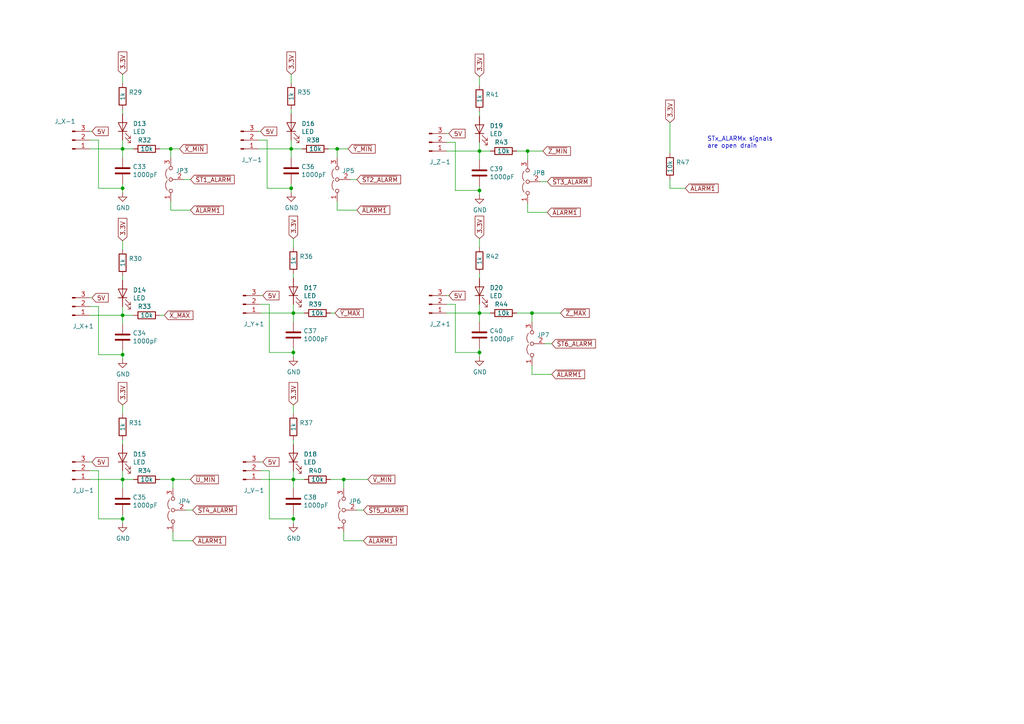
<source format=kicad_sch>
(kicad_sch (version 20200512) (host eeschema "5.99.0-unknown-4cfff6b~101~ubuntu20.04.1")
  (page 6 8)
  (paper "A4")
  (lib_symbols
    (symbol "Connector:Conn_01x03_Male" (pin_names hide)
      (property "Reference" "J" (at 0 5.08 0))
      (property "Value" "Conn_01x03_Male" (at 0 -5.08 0))
      (symbol "Conn_01x03_Male_1_1"
        (rectangle (start 0.8636 -2.413) (end 0 -2.667) (fill (type outline)))
        (rectangle (start 0.8636 0.127) (end 0 -0.127) (fill (type outline)))
        (rectangle (start 0.8636 2.667) (end 0 2.413) (fill (type outline)))
        (polyline (pts (xy 1.27 -2.54) (xy 0.8636 -2.54)))
        (polyline (pts (xy 1.27 0) (xy 0.8636 0)))
        (polyline (pts (xy 1.27 2.54) (xy 0.8636 2.54)))
        (pin passive line (at 5.08 2.54 180) (length 3.81) (name "Pin_1") (number "1"))
        (pin passive line (at 5.08 0 180) (length 3.81) (name "Pin_2") (number "2"))
        (pin passive line (at 5.08 -2.54 180) (length 3.81) (name "Pin_3") (number "3"))
      )
    )
    (symbol "Device:C" (pin_numbers hide) (pin_names (offset 0.254))
      (property "Reference" "C" (at 0.635 2.54 0))
      (property "Value" "C" (at 0.635 -2.54 0))
      (symbol "C_0_1"
        (polyline (pts (xy -2.032 -0.762) (xy 2.032 -0.762)) (stroke (width 0.508)))
        (polyline (pts (xy -2.032 0.762) (xy 2.032 0.762)) (stroke (width 0.508)))
      )
      (symbol "C_1_1"
        (pin passive line (at 0 3.81 270) (length 2.794) (name "~") (number "1"))
        (pin passive line (at 0 -3.81 90) (length 2.794) (name "~") (number "2"))
      )
    )
    (symbol "Device:LED" (pin_numbers hide) (pin_names hide)
      (property "Reference" "D" (at 0 2.54 0))
      (property "Value" "LED" (at 0 -2.54 0))
      (symbol "LED_0_1"
        (polyline (pts (xy -1.27 -1.27) (xy -1.27 1.27)) (stroke (width 0.2032)))
        (polyline (pts (xy -1.27 0) (xy 1.27 0)))
        (polyline (pts (xy 1.27 -1.27) (xy 1.27 1.27) (xy -1.27 0) (xy 1.27 -1.27)) (stroke (width 0.2032)))
        (polyline (pts (xy -3.048 -0.762) (xy -4.572 -2.286) (xy -3.81 -2.286) (xy -4.572 -2.286) (xy -4.572 -1.524)))
        (polyline (pts (xy -1.778 -0.762) (xy -3.302 -2.286) (xy -2.54 -2.286) (xy -3.302 -2.286) (xy -3.302 -1.524)))
      )
      (symbol "LED_1_1"
        (pin passive line (at -3.81 0 0) (length 2.54) (name "K") (number "1"))
        (pin passive line (at 3.81 0 180) (length 2.54) (name "A") (number "2"))
      )
    )
    (symbol "Device:R" (pin_numbers hide) (pin_names (offset 0))
      (property "Reference" "R" (at 2.032 0 90))
      (property "Value" "R" (at 0 0 90))
      (symbol "R_0_1"
        (rectangle (start -1.016 -2.54) (end 1.016 2.54) (stroke (width 0.254)))
      )
      (symbol "R_1_1"
        (pin passive line (at 0 3.81 270) (length 1.27) (name "~") (number "1"))
        (pin passive line (at 0 -3.81 90) (length 1.27) (name "~") (number "2"))
      )
    )
    (symbol "Jumper:Jumper_3_Open" (pin_names (offset 0) hide)
      (property "Reference" "JP" (at -2.54 -2.54 0))
      (property "Value" "Jumper_3_Open" (at 0 2.794 0))
      (symbol "Jumper_3_Open_0_1"
        (arc (start -3.048 1.016) (end -0.254 1.016) (radius (at -1.651 -0.762) (length 2.2606) (angles 128.2 51.8)))
        (arc (start 0.254 1.016) (end 3.048 1.016) (radius (at 1.651 -0.762) (length 2.2606) (angles 128.2 51.8)))
        (polyline (pts (xy 0 -0.508) (xy 0 -1.27)))
      )
      (symbol "Jumper_3_Open_0_0"
        (circle (center -3.302 0) (radius 0.508))
        (circle (center 0 0) (radius 0.508))
        (circle (center 3.302 0) (radius 0.508))
      )
      (symbol "Jumper_3_Open_1_1"
        (pin passive line (at -6.35 0 0) (length 2.54) (name "A") (number "1"))
        (pin input line (at 0 -3.81 90) (length 2.54) (name "C") (number "2"))
        (pin passive line (at 6.35 0 180) (length 2.54) (name "B") (number "3"))
      )
    )
    (symbol "power:GND" (power) (pin_names (offset 0))
      (property "Value" "GND" (at 0 -3.81 0))
      (symbol "GND_0_1"
        (polyline (pts (xy 0 0) (xy 0 -1.27) (xy 1.27 -1.27) (xy 0 -2.54) (xy -1.27 -1.27) (xy 0 -1.27)))
      )
      (symbol "GND_1_1"
        (pin power_in line (at 0 0 270) (length 0) (name "GND") (number "1") hide)
      )
    )
  )
  (junction (at 35.56 43.18))
  (junction (at 35.56 54.61))
  (junction (at 35.56 91.44))
  (junction (at 35.56 102.87))
  (junction (at 35.56 139.065))
  (junction (at 35.56 150.495))
  (junction (at 49.53 43.18))
  (junction (at 50.165 139.065))
  (junction (at 84.455 43.18))
  (junction (at 84.455 54.61))
  (junction (at 85.09 90.805))
  (junction (at 85.09 102.235))
  (junction (at 85.09 139.065))
  (junction (at 85.09 150.495))
  (junction (at 97.79 43.18))
  (junction (at 99.695 139.065))
  (junction (at 139.065 43.815))
  (junction (at 139.065 55.245))
  (junction (at 139.065 90.805))
  (junction (at 139.065 102.235))
  (junction (at 153.035 43.815))
  (junction (at 154.305 90.805))
  (wire (pts (xy 26.035 40.64) (xy 28.575 40.64)))
  (wire (pts (xy 26.035 43.18) (xy 35.56 43.18)))
  (wire (pts (xy 26.035 88.9) (xy 28.575 88.9)))
  (wire (pts (xy 26.035 91.44) (xy 35.56 91.44)))
  (wire (pts (xy 26.035 136.525) (xy 28.575 136.525)))
  (wire (pts (xy 26.035 139.065) (xy 35.56 139.065)))
  (wire (pts (xy 26.67 38.1) (xy 26.035 38.1)))
  (wire (pts (xy 26.67 86.36) (xy 26.035 86.36)))
  (wire (pts (xy 26.67 133.985) (xy 26.035 133.985)))
  (wire (pts (xy 28.575 40.64) (xy 28.575 54.61)))
  (wire (pts (xy 28.575 54.61) (xy 35.56 54.61)))
  (wire (pts (xy 28.575 88.9) (xy 28.575 102.87)))
  (wire (pts (xy 28.575 102.87) (xy 35.56 102.87)))
  (wire (pts (xy 28.575 136.525) (xy 28.575 150.495)))
  (wire (pts (xy 28.575 150.495) (xy 35.56 150.495)))
  (wire (pts (xy 35.56 24.13) (xy 35.56 21.59)))
  (wire (pts (xy 35.56 31.75) (xy 35.56 33.02)))
  (wire (pts (xy 35.56 40.64) (xy 35.56 43.18)))
  (wire (pts (xy 35.56 45.72) (xy 35.56 43.18)))
  (wire (pts (xy 35.56 54.61) (xy 35.56 53.34)))
  (wire (pts (xy 35.56 55.88) (xy 35.56 54.61)))
  (wire (pts (xy 35.56 72.39) (xy 35.56 69.85)))
  (wire (pts (xy 35.56 80.01) (xy 35.56 81.28)))
  (wire (pts (xy 35.56 88.9) (xy 35.56 91.44)))
  (wire (pts (xy 35.56 93.98) (xy 35.56 91.44)))
  (wire (pts (xy 35.56 102.87) (xy 35.56 101.6)))
  (wire (pts (xy 35.56 104.14) (xy 35.56 102.87)))
  (wire (pts (xy 35.56 120.015) (xy 35.56 117.475)))
  (wire (pts (xy 35.56 127.635) (xy 35.56 128.905)))
  (wire (pts (xy 35.56 136.525) (xy 35.56 139.065)))
  (wire (pts (xy 35.56 141.605) (xy 35.56 139.065)))
  (wire (pts (xy 35.56 150.495) (xy 35.56 149.225)))
  (wire (pts (xy 35.56 151.765) (xy 35.56 150.495)))
  (wire (pts (xy 38.735 43.18) (xy 35.56 43.18)))
  (wire (pts (xy 38.735 91.44) (xy 35.56 91.44)))
  (wire (pts (xy 38.735 139.065) (xy 35.56 139.065)))
  (wire (pts (xy 46.355 43.18) (xy 49.53 43.18)))
  (wire (pts (xy 46.355 91.44) (xy 47.625 91.44)))
  (wire (pts (xy 46.355 139.065) (xy 50.165 139.065)))
  (wire (pts (xy 49.53 43.18) (xy 52.07 43.18)))
  (wire (pts (xy 49.53 45.72) (xy 49.53 43.18)))
  (wire (pts (xy 49.53 58.42) (xy 49.53 60.96)))
  (wire (pts (xy 49.53 60.96) (xy 55.245 60.96)))
  (wire (pts (xy 50.165 139.065) (xy 55.245 139.065)))
  (wire (pts (xy 50.165 141.605) (xy 50.165 139.065)))
  (wire (pts (xy 50.165 154.305) (xy 50.165 156.845)))
  (wire (pts (xy 50.165 156.845) (xy 55.88 156.845)))
  (wire (pts (xy 55.245 52.07) (xy 53.34 52.07)))
  (wire (pts (xy 55.88 147.955) (xy 53.975 147.955)))
  (wire (pts (xy 74.93 40.64) (xy 77.47 40.64)))
  (wire (pts (xy 74.93 43.18) (xy 84.455 43.18)))
  (wire (pts (xy 75.565 38.1) (xy 74.93 38.1)))
  (wire (pts (xy 75.565 88.265) (xy 78.105 88.265)))
  (wire (pts (xy 75.565 90.805) (xy 85.09 90.805)))
  (wire (pts (xy 75.565 136.525) (xy 78.105 136.525)))
  (wire (pts (xy 75.565 139.065) (xy 85.09 139.065)))
  (wire (pts (xy 76.2 85.725) (xy 75.565 85.725)))
  (wire (pts (xy 76.2 133.985) (xy 75.565 133.985)))
  (wire (pts (xy 77.47 40.64) (xy 77.47 54.61)))
  (wire (pts (xy 77.47 54.61) (xy 84.455 54.61)))
  (wire (pts (xy 78.105 88.265) (xy 78.105 102.235)))
  (wire (pts (xy 78.105 102.235) (xy 85.09 102.235)))
  (wire (pts (xy 78.105 136.525) (xy 78.105 150.495)))
  (wire (pts (xy 78.105 150.495) (xy 85.09 150.495)))
  (wire (pts (xy 84.455 24.13) (xy 84.455 21.59)))
  (wire (pts (xy 84.455 31.75) (xy 84.455 33.02)))
  (wire (pts (xy 84.455 40.64) (xy 84.455 43.18)))
  (wire (pts (xy 84.455 45.72) (xy 84.455 43.18)))
  (wire (pts (xy 84.455 54.61) (xy 84.455 53.34)))
  (wire (pts (xy 84.455 55.88) (xy 84.455 54.61)))
  (wire (pts (xy 85.09 71.755) (xy 85.09 69.215)))
  (wire (pts (xy 85.09 79.375) (xy 85.09 80.645)))
  (wire (pts (xy 85.09 88.265) (xy 85.09 90.805)))
  (wire (pts (xy 85.09 93.345) (xy 85.09 90.805)))
  (wire (pts (xy 85.09 102.235) (xy 85.09 100.965)))
  (wire (pts (xy 85.09 103.505) (xy 85.09 102.235)))
  (wire (pts (xy 85.09 120.015) (xy 85.09 117.475)))
  (wire (pts (xy 85.09 127.635) (xy 85.09 128.905)))
  (wire (pts (xy 85.09 136.525) (xy 85.09 139.065)))
  (wire (pts (xy 85.09 141.605) (xy 85.09 139.065)))
  (wire (pts (xy 85.09 150.495) (xy 85.09 149.225)))
  (wire (pts (xy 85.09 151.765) (xy 85.09 150.495)))
  (wire (pts (xy 87.63 43.18) (xy 84.455 43.18)))
  (wire (pts (xy 88.265 90.805) (xy 85.09 90.805)))
  (wire (pts (xy 88.265 139.065) (xy 85.09 139.065)))
  (wire (pts (xy 95.25 43.18) (xy 97.79 43.18)))
  (wire (pts (xy 95.885 90.805) (xy 97.155 90.805)))
  (wire (pts (xy 95.885 139.065) (xy 99.695 139.065)))
  (wire (pts (xy 97.79 43.18) (xy 100.965 43.18)))
  (wire (pts (xy 97.79 45.72) (xy 97.79 43.18)))
  (wire (pts (xy 97.79 58.42) (xy 97.79 60.96)))
  (wire (pts (xy 97.79 60.96) (xy 103.505 60.96)))
  (wire (pts (xy 99.695 139.065) (xy 106.68 139.065)))
  (wire (pts (xy 99.695 141.605) (xy 99.695 139.065)))
  (wire (pts (xy 99.695 154.305) (xy 99.695 156.845)))
  (wire (pts (xy 99.695 156.845) (xy 105.41 156.845)))
  (wire (pts (xy 103.505 52.07) (xy 101.6 52.07)))
  (wire (pts (xy 105.41 147.955) (xy 103.505 147.955)))
  (wire (pts (xy 129.54 41.275) (xy 132.08 41.275)))
  (wire (pts (xy 129.54 43.815) (xy 139.065 43.815)))
  (wire (pts (xy 129.54 88.265) (xy 132.08 88.265)))
  (wire (pts (xy 129.54 90.805) (xy 139.065 90.805)))
  (wire (pts (xy 130.175 38.735) (xy 129.54 38.735)))
  (wire (pts (xy 130.175 85.725) (xy 129.54 85.725)))
  (wire (pts (xy 132.08 41.275) (xy 132.08 55.245)))
  (wire (pts (xy 132.08 55.245) (xy 139.065 55.245)))
  (wire (pts (xy 132.08 88.265) (xy 132.08 102.235)))
  (wire (pts (xy 132.08 102.235) (xy 139.065 102.235)))
  (wire (pts (xy 139.065 24.765) (xy 139.065 22.225)))
  (wire (pts (xy 139.065 32.385) (xy 139.065 33.655)))
  (wire (pts (xy 139.065 41.275) (xy 139.065 43.815)))
  (wire (pts (xy 139.065 46.355) (xy 139.065 43.815)))
  (wire (pts (xy 139.065 55.245) (xy 139.065 53.975)))
  (wire (pts (xy 139.065 56.515) (xy 139.065 55.245)))
  (wire (pts (xy 139.065 71.755) (xy 139.065 69.215)))
  (wire (pts (xy 139.065 79.375) (xy 139.065 80.645)))
  (wire (pts (xy 139.065 88.265) (xy 139.065 90.805)))
  (wire (pts (xy 139.065 93.345) (xy 139.065 90.805)))
  (wire (pts (xy 139.065 102.235) (xy 139.065 100.965)))
  (wire (pts (xy 139.065 103.505) (xy 139.065 102.235)))
  (wire (pts (xy 142.24 43.815) (xy 139.065 43.815)))
  (wire (pts (xy 142.24 90.805) (xy 139.065 90.805)))
  (wire (pts (xy 149.86 43.815) (xy 153.035 43.815)))
  (wire (pts (xy 149.86 90.805) (xy 154.305 90.805)))
  (wire (pts (xy 153.035 43.815) (xy 157.48 43.815)))
  (wire (pts (xy 153.035 46.355) (xy 153.035 43.815)))
  (wire (pts (xy 153.035 59.055) (xy 153.035 61.595)))
  (wire (pts (xy 153.035 61.595) (xy 158.75 61.595)))
  (wire (pts (xy 154.305 90.805) (xy 162.56 90.805)))
  (wire (pts (xy 154.305 93.345) (xy 154.305 90.805)))
  (wire (pts (xy 154.305 106.045) (xy 154.305 108.585)))
  (wire (pts (xy 154.305 108.585) (xy 160.02 108.585)))
  (wire (pts (xy 158.75 52.705) (xy 156.845 52.705)))
  (wire (pts (xy 160.02 99.695) (xy 158.115 99.695)))
  (wire (pts (xy 194.31 44.45) (xy 194.31 35.56)))
  (wire (pts (xy 194.31 52.07) (xy 194.31 54.61)))
  (wire (pts (xy 194.31 54.61) (xy 198.755 54.61)))
  (text "STx_ALARMx signals \nare open drain" (at 205.105 43.18 0) (effects (font (size 1.27 1.27)) (justify left bottom)))
  (global_label "5V" (shape input) (at 26.67 38.1 0))
  (global_label "5V" (shape input) (at 26.67 86.36 0))
  (global_label "5V" (shape input) (at 26.67 133.985 0))
  (global_label "3.3V" (shape input) (at 35.56 21.59 90))
  (global_label "3.3V" (shape input) (at 35.56 69.85 90))
  (global_label "3.3V" (shape input) (at 35.56 117.475 90))
  (global_label "~X_MAX" (shape input) (at 47.625 91.44 0))
  (global_label "~X_MIN" (shape input) (at 52.07 43.18 0))
  (global_label "~ST1_ALARM" (shape input) (at 55.245 52.07 0))
  (global_label "~ALARM1" (shape input) (at 55.245 60.96 0))
  (global_label "~U_MIN" (shape input) (at 55.245 139.065 0))
  (global_label "~ST4_ALARM" (shape input) (at 55.88 147.955 0))
  (global_label "~ALARM1" (shape input) (at 55.88 156.845 0))
  (global_label "5V" (shape input) (at 75.565 38.1 0))
  (global_label "5V" (shape input) (at 76.2 85.725 0))
  (global_label "5V" (shape input) (at 76.2 133.985 0))
  (global_label "3.3V" (shape input) (at 84.455 21.59 90))
  (global_label "3.3V" (shape input) (at 85.09 69.215 90))
  (global_label "3.3V" (shape input) (at 85.09 117.475 90))
  (global_label "~Y_MAX" (shape input) (at 97.155 90.805 0))
  (global_label "~Y_MIN" (shape input) (at 100.965 43.18 0))
  (global_label "~ST2_ALARM" (shape input) (at 103.505 52.07 0))
  (global_label "~ALARM1" (shape input) (at 103.505 60.96 0))
  (global_label "~ST5_ALARM" (shape input) (at 105.41 147.955 0))
  (global_label "~ALARM1" (shape input) (at 105.41 156.845 0))
  (global_label "~V_MIN" (shape input) (at 106.68 139.065 0))
  (global_label "5V" (shape input) (at 130.175 38.735 0))
  (global_label "5V" (shape input) (at 130.175 85.725 0))
  (global_label "3.3V" (shape input) (at 139.065 22.225 90))
  (global_label "3.3V" (shape input) (at 139.065 69.215 90))
  (global_label "~Z_MIN" (shape input) (at 157.48 43.815 0))
  (global_label "~ST3_ALARM" (shape input) (at 158.75 52.705 0))
  (global_label "~ALARM1" (shape input) (at 158.75 61.595 0))
  (global_label "~ST6_ALARM" (shape input) (at 160.02 99.695 0))
  (global_label "~ALARM1" (shape input) (at 160.02 108.585 0))
  (global_label "~Z_MAX" (shape input) (at 162.56 90.805 0))
  (global_label "3.3V" (shape input) (at 194.31 35.56 90))
  (global_label "~ALARM1" (shape input) (at 198.755 54.61 0))
  (symbol (lib_id "power:GND") (at 35.56 55.88 0)
    (property "Reference" "#PWR028" (effects hide))
    (property "Value" "GND" (at 35.687 60.2742 0))
  )
  (symbol (lib_id "power:GND") (at 35.56 104.14 0)
    (property "Reference" "#PWR029" (effects hide))
    (property "Value" "GND" (at 35.687 108.5342 0))
  )
  (symbol (lib_id "power:GND") (at 35.56 151.765 0)
    (property "Reference" "#PWR030" (effects hide))
    (property "Value" "GND" (at 35.687 156.1592 0))
  )
  (symbol (lib_id "power:GND") (at 84.455 55.88 0)
    (property "Reference" "#PWR031" (effects hide))
    (property "Value" "GND" (at 84.582 60.2742 0))
  )
  (symbol (lib_id "power:GND") (at 85.09 103.505 0)
    (property "Reference" "#PWR032" (effects hide))
    (property "Value" "GND" (at 85.217 107.8992 0))
  )
  (symbol (lib_id "power:GND") (at 85.09 151.765 0)
    (property "Reference" "#PWR033" (effects hide))
    (property "Value" "GND" (at 85.217 156.1592 0))
  )
  (symbol (lib_id "power:GND") (at 139.065 56.515 0)
    (property "Reference" "#PWR034" (effects hide))
    (property "Value" "GND" (at 139.192 60.9092 0))
  )
  (symbol (lib_id "power:GND") (at 139.065 103.505 0)
    (property "Reference" "#PWR035" (effects hide))
    (property "Value" "GND" (at 139.192 107.8992 0))
  )
  (symbol (lib_id "Device:R") (at 35.56 27.94 0)
    (property "Reference" "R29" (at 37.338 26.7716 0) (effects (justify left)))
    (property "Value" "1k" (at 35.56 29.21 90) (effects (justify left)))
    (property "Footprint" "PrntrBoardV2:R_0603_1608Metric" (effects hide))
    (property "Part #" "0603WAF1001T5E" (effects hide))
    (property "LCSC Part #" "C21190" (effects hide))
  )
  (symbol (lib_id "Device:R") (at 35.56 76.2 0)
    (property "Reference" "R30" (at 37.338 75.0316 0) (effects (justify left)))
    (property "Value" "1k" (at 35.56 77.47 90) (effects (justify left)))
    (property "Footprint" "PrntrBoardV2:R_0603_1608Metric" (effects hide))
    (property "Part #" "0603WAF1001T5E" (effects hide))
    (property "LCSC Part #" "C21190" (effects hide))
  )
  (symbol (lib_id "Device:R") (at 35.56 123.825 0)
    (property "Reference" "R31" (at 37.338 122.6566 0) (effects (justify left)))
    (property "Value" "1k" (at 35.56 125.095 90) (effects (justify left)))
    (property "Footprint" "PrntrBoardV2:R_0603_1608Metric" (effects hide))
    (property "Part #" "0603WAF1001T5E" (effects hide))
    (property "LCSC Part #" "C21190" (effects hide))
  )
  (symbol (lib_id "Device:R") (at 42.545 43.18 270)
    (property "Reference" "R32" (at 41.91 40.64 90))
    (property "Value" "10k" (at 42.545 43.18 90))
    (property "Footprint" "PrntrBoardV2:R_0603_1608Metric" (effects hide))
    (property "Part #" "0603WAF1002T5E" (effects hide))
    (property "LCSC Part #" "C25804" (effects hide))
  )
  (symbol (lib_id "Device:R") (at 42.545 91.44 270)
    (property "Reference" "R33" (at 41.91 88.9 90))
    (property "Value" "10k" (at 42.545 91.44 90))
    (property "Footprint" "PrntrBoardV2:R_0603_1608Metric" (effects hide))
    (property "Part #" "0603WAF1002T5E" (effects hide))
    (property "LCSC Part #" "C25804" (effects hide))
  )
  (symbol (lib_id "Device:R") (at 42.545 139.065 270)
    (property "Reference" "R34" (at 41.91 136.525 90))
    (property "Value" "10k" (at 42.545 139.065 90))
    (property "Footprint" "PrntrBoardV2:R_0603_1608Metric" (effects hide))
    (property "Part #" "0603WAF1002T5E" (effects hide))
    (property "LCSC Part #" "C25804" (effects hide))
  )
  (symbol (lib_id "Device:R") (at 84.455 27.94 0)
    (property "Reference" "R35" (at 86.233 26.7716 0) (effects (justify left)))
    (property "Value" "1k" (at 84.455 29.21 90) (effects (justify left)))
    (property "Footprint" "PrntrBoardV2:R_0603_1608Metric" (effects hide))
    (property "Part #" "0603WAF1001T5E" (effects hide))
    (property "LCSC Part #" "C21190" (effects hide))
  )
  (symbol (lib_id "Device:R") (at 85.09 75.565 0)
    (property "Reference" "R36" (at 86.868 74.3966 0) (effects (justify left)))
    (property "Value" "1k" (at 85.09 76.835 90) (effects (justify left)))
    (property "Footprint" "PrntrBoardV2:R_0603_1608Metric" (effects hide))
    (property "Part #" "0603WAF1001T5E" (effects hide))
    (property "LCSC Part #" "C21190" (effects hide))
  )
  (symbol (lib_id "Device:R") (at 85.09 123.825 0)
    (property "Reference" "R37" (at 86.868 122.6566 0) (effects (justify left)))
    (property "Value" "1k" (at 85.09 125.095 90) (effects (justify left)))
    (property "Footprint" "PrntrBoardV2:R_0603_1608Metric" (effects hide))
    (property "Part #" "0603WAF1001T5E" (effects hide))
    (property "LCSC Part #" "C21190" (effects hide))
  )
  (symbol (lib_id "Device:R") (at 91.44 43.18 270)
    (property "Reference" "R38" (at 90.805 40.64 90))
    (property "Value" "10k" (at 91.44 43.18 90))
    (property "Footprint" "PrntrBoardV2:R_0603_1608Metric" (effects hide))
    (property "Part #" "0603WAF1002T5E" (effects hide))
    (property "LCSC Part #" "C25804" (effects hide))
  )
  (symbol (lib_id "Device:R") (at 92.075 90.805 270)
    (property "Reference" "R39" (at 91.44 88.265 90))
    (property "Value" "10k" (at 92.075 90.805 90))
    (property "Footprint" "PrntrBoardV2:R_0603_1608Metric" (effects hide))
    (property "Part #" "0603WAF1002T5E" (effects hide))
    (property "LCSC Part #" "C25804" (effects hide))
  )
  (symbol (lib_id "Device:R") (at 92.075 139.065 270)
    (property "Reference" "R40" (at 91.44 136.525 90))
    (property "Value" "10k" (at 92.075 139.065 90))
    (property "Footprint" "PrntrBoardV2:R_0603_1608Metric" (effects hide))
    (property "Part #" "0603WAF1002T5E" (effects hide))
    (property "LCSC Part #" "C25804" (effects hide))
  )
  (symbol (lib_id "Device:R") (at 139.065 28.575 0)
    (property "Reference" "R41" (at 140.843 27.4066 0) (effects (justify left)))
    (property "Value" "1k" (at 139.065 29.845 90) (effects (justify left)))
    (property "Footprint" "PrntrBoardV2:R_0603_1608Metric" (effects hide))
    (property "Part #" "0603WAF1001T5E" (effects hide))
    (property "LCSC Part #" "C21190" (effects hide))
  )
  (symbol (lib_id "Device:R") (at 139.065 75.565 0)
    (property "Reference" "R42" (at 140.843 74.3966 0) (effects (justify left)))
    (property "Value" "1k" (at 139.065 76.835 90) (effects (justify left)))
    (property "Footprint" "PrntrBoardV2:R_0603_1608Metric" (effects hide))
    (property "Part #" "0603WAF1001T5E" (effects hide))
    (property "LCSC Part #" "C21190" (effects hide))
  )
  (symbol (lib_id "Device:R") (at 146.05 43.815 270)
    (property "Reference" "R43" (at 145.415 41.275 90))
    (property "Value" "10k" (at 146.05 43.815 90))
    (property "Footprint" "PrntrBoardV2:R_0603_1608Metric" (effects hide))
    (property "Part #" "0603WAF1002T5E" (effects hide))
    (property "LCSC Part #" "C25804" (effects hide))
  )
  (symbol (lib_id "Device:R") (at 146.05 90.805 270)
    (property "Reference" "R44" (at 145.415 88.265 90))
    (property "Value" "10k" (at 146.05 90.805 90))
    (property "Footprint" "PrntrBoardV2:R_0603_1608Metric" (effects hide))
    (property "Part #" "0603WAF1002T5E" (effects hide))
    (property "LCSC Part #" "C25804" (effects hide))
  )
  (symbol (lib_id "Device:R") (at 194.31 48.26 0) (unit 1)
    (property "Reference" "R47" (at 196.088 47.0916 0) (effects (justify left)))
    (property "Value" "10k" (at 194.31 50.165 90) (effects (justify left)))
    (property "Footprint" "PrntrBoardV2:R_0603_1608Metric" (effects hide))
    (property "Part #" "0603WAF1002T5E" (effects hide))
    (property "LCSC Part #" "C25804" (effects hide))
  )
  (symbol (lib_id "Device:LED") (at 35.56 36.83 90)
    (property "Reference" "D13" (at 38.5318 35.8648 90) (effects (justify right)))
    (property "Value" "LED" (at 38.5318 38.1762 90) (effects (justify right)))
    (property "Footprint" "PrntrBoardV2:LED_0603_1608Metric" (effects hide))
    (property "Part #" "KT-0603R" (effects hide))
    (property "LCSC Part #" "C2286" (effects hide))
  )
  (symbol (lib_id "Device:LED") (at 35.56 85.09 90)
    (property "Reference" "D14" (at 38.5318 84.1248 90) (effects (justify right)))
    (property "Value" "LED" (at 38.5318 86.4362 90) (effects (justify right)))
    (property "Footprint" "PrntrBoardV2:LED_0603_1608Metric" (effects hide))
    (property "Part #" "KT-0603R" (effects hide))
    (property "LCSC Part #" "C2286" (effects hide))
  )
  (symbol (lib_id "Device:LED") (at 35.56 132.715 90)
    (property "Reference" "D15" (at 38.5318 131.7498 90) (effects (justify right)))
    (property "Value" "LED" (at 38.5318 134.0612 90) (effects (justify right)))
    (property "Footprint" "PrntrBoardV2:LED_0603_1608Metric" (effects hide))
    (property "Part #" "KT-0603R" (effects hide))
    (property "LCSC Part #" "C2286" (effects hide))
  )
  (symbol (lib_id "Device:LED") (at 84.455 36.83 90)
    (property "Reference" "D16" (at 87.4268 35.8648 90) (effects (justify right)))
    (property "Value" "LED" (at 87.4268 38.1762 90) (effects (justify right)))
    (property "Footprint" "PrntrBoardV2:LED_0603_1608Metric" (effects hide))
    (property "Part #" "KT-0603R" (effects hide))
    (property "LCSC Part #" "C2286" (effects hide))
  )
  (symbol (lib_id "Device:LED") (at 85.09 84.455 90)
    (property "Reference" "D17" (at 88.0618 83.4898 90) (effects (justify right)))
    (property "Value" "LED" (at 88.0618 85.8012 90) (effects (justify right)))
    (property "Footprint" "PrntrBoardV2:LED_0603_1608Metric" (effects hide))
    (property "Part #" "KT-0603R" (effects hide))
    (property "LCSC Part #" "C2286" (effects hide))
  )
  (symbol (lib_id "Device:LED") (at 85.09 132.715 90)
    (property "Reference" "D18" (at 88.0618 131.7498 90) (effects (justify right)))
    (property "Value" "LED" (at 88.0618 134.0612 90) (effects (justify right)))
    (property "Footprint" "PrntrBoardV2:LED_0603_1608Metric" (effects hide))
    (property "Part #" "KT-0603R" (effects hide))
    (property "LCSC Part #" "C2286" (effects hide))
  )
  (symbol (lib_id "Device:LED") (at 139.065 37.465 90)
    (property "Reference" "D19" (at 142.0368 36.4998 90) (effects (justify right)))
    (property "Value" "LED" (at 142.0368 38.8112 90) (effects (justify right)))
    (property "Footprint" "PrntrBoardV2:LED_0603_1608Metric" (effects hide))
    (property "Part #" "KT-0603R" (effects hide))
    (property "LCSC Part #" "C2286" (effects hide))
  )
  (symbol (lib_id "Device:LED") (at 139.065 84.455 90)
    (property "Reference" "D20" (at 142.0368 83.4898 90) (effects (justify right)))
    (property "Value" "LED" (at 142.0368 85.8012 90) (effects (justify right)))
    (property "Footprint" "PrntrBoardV2:LED_0603_1608Metric" (effects hide))
    (property "Part #" "KT-0603R" (effects hide))
    (property "LCSC Part #" "C2286" (effects hide))
  )
  (symbol (lib_id "Device:C") (at 35.56 49.53 0)
    (property "Reference" "C33" (at 38.481 48.3616 0) (effects (justify left)))
    (property "Value" "1000pF" (at 38.481 50.673 0) (effects (justify left)))
    (property "Footprint" "PrntrBoardV2:C_0603_1608Metric" (effects hide))
    (property "Part #" "CL10B102KB8NNNC" (effects hide))
    (property "LCSC Part #" "C1588" (effects hide))
  )
  (symbol (lib_id "Device:C") (at 35.56 97.79 0)
    (property "Reference" "C34" (at 38.481 96.6216 0) (effects (justify left)))
    (property "Value" "1000pF" (at 38.481 98.933 0) (effects (justify left)))
    (property "Footprint" "PrntrBoardV2:C_0603_1608Metric" (effects hide))
    (property "Part #" "CL10B102KB8NNNC" (effects hide))
    (property "LCSC Part #" "C1588" (effects hide))
  )
  (symbol (lib_id "Device:C") (at 35.56 145.415 0)
    (property "Reference" "C35" (at 38.481 144.2466 0) (effects (justify left)))
    (property "Value" "1000pF" (at 38.481 146.558 0) (effects (justify left)))
    (property "Footprint" "PrntrBoardV2:C_0603_1608Metric" (effects hide))
    (property "Part #" "CL10B102KB8NNNC" (effects hide))
    (property "LCSC Part #" "C1588" (effects hide))
  )
  (symbol (lib_id "Device:C") (at 84.455 49.53 0)
    (property "Reference" "C36" (at 87.376 48.3616 0) (effects (justify left)))
    (property "Value" "1000pF" (at 87.376 50.673 0) (effects (justify left)))
    (property "Footprint" "PrntrBoardV2:C_0603_1608Metric" (effects hide))
    (property "Part #" "CL10B102KB8NNNC" (effects hide))
    (property "LCSC Part #" "C1588" (effects hide))
  )
  (symbol (lib_id "Device:C") (at 85.09 97.155 0)
    (property "Reference" "C37" (at 88.011 95.9866 0) (effects (justify left)))
    (property "Value" "1000pF" (at 88.011 98.298 0) (effects (justify left)))
    (property "Footprint" "PrntrBoardV2:C_0603_1608Metric" (effects hide))
    (property "Part #" "CL10B102KB8NNNC" (effects hide))
    (property "LCSC Part #" "C1588" (effects hide))
  )
  (symbol (lib_id "Device:C") (at 85.09 145.415 0)
    (property "Reference" "C38" (at 88.011 144.2466 0) (effects (justify left)))
    (property "Value" "1000pF" (at 88.011 146.558 0) (effects (justify left)))
    (property "Footprint" "PrntrBoardV2:C_0603_1608Metric" (effects hide))
    (property "Part #" "CL10B102KB8NNNC" (effects hide))
    (property "LCSC Part #" "C1588" (effects hide))
  )
  (symbol (lib_id "Device:C") (at 139.065 50.165 0)
    (property "Reference" "C39" (at 141.986 48.9966 0) (effects (justify left)))
    (property "Value" "1000pF" (at 141.986 51.308 0) (effects (justify left)))
    (property "Footprint" "PrntrBoardV2:C_0603_1608Metric" (effects hide))
    (property "Part #" "CL10B102KB8NNNC" (effects hide))
    (property "LCSC Part #" "C1588" (effects hide))
  )
  (symbol (lib_id "Device:C") (at 139.065 97.155 0)
    (property "Reference" "C40" (at 141.986 95.9866 0) (effects (justify left)))
    (property "Value" "1000pF" (at 141.986 98.298 0) (effects (justify left)))
    (property "Footprint" "PrntrBoardV2:C_0603_1608Metric" (effects hide))
    (property "Part #" "CL10B102KB8NNNC" (effects hide))
    (property "LCSC Part #" "C1588" (effects hide))
  )
  (symbol (lib_id "Connector:Conn_01x03_Male") (at 20.955 40.64 0) (mirror x) (unit 1)
    (property "Reference" "J_X-1" (at 18.8468 35.2044 0))
    (property "Value" "JST XH 3p" (effects hide))
    (property "Footprint" "Connector_JST:JST_XH_B3B-XH-A_1x03_P2.50mm_Vertical" (effects hide))
  )
  (symbol (lib_id "Connector:Conn_01x03_Male") (at 20.955 88.9 0) (mirror x) (unit 1)
    (property "Reference" "J_X+1" (at 24.13 94.615 0))
    (property "Value" "JST XH 3p" (effects hide))
    (property "Footprint" "Connector_JST:JST_XH_B3B-XH-A_1x03_P2.50mm_Vertical" (effects hide))
  )
  (symbol (lib_id "Connector:Conn_01x03_Male") (at 20.955 136.525 0) (mirror x) (unit 1)
    (property "Reference" "J_U-1" (at 24.13 142.24 0))
    (property "Value" "JST XH 3p" (effects hide))
    (property "Footprint" "Connector_JST:JST_XH_B3B-XH-A_1x03_P2.50mm_Vertical" (effects hide))
  )
  (symbol (lib_id "Connector:Conn_01x03_Male") (at 69.85 40.64 0) (mirror x) (unit 1)
    (property "Reference" "J_Y-1" (at 73.025 46.355 0))
    (property "Value" "JST XH 3p" (effects hide))
    (property "Footprint" "Connector_JST:JST_XH_B3B-XH-A_1x03_P2.50mm_Vertical" (effects hide))
  )
  (symbol (lib_id "Connector:Conn_01x03_Male") (at 70.485 88.265 0) (mirror x) (unit 1)
    (property "Reference" "J_Y+1" (at 73.66 93.98 0))
    (property "Value" "JST XH 3p" (effects hide))
    (property "Footprint" "Connector_JST:JST_XH_B3B-XH-A_1x03_P2.50mm_Vertical" (effects hide))
  )
  (symbol (lib_id "Connector:Conn_01x03_Male") (at 70.485 136.525 0) (mirror x) (unit 1)
    (property "Reference" "J_V-1" (at 73.66 142.24 0))
    (property "Value" "JST XH 3p" (effects hide))
    (property "Footprint" "Connector_JST:JST_XH_B3B-XH-A_1x03_P2.50mm_Vertical" (effects hide))
  )
  (symbol (lib_id "Connector:Conn_01x03_Male") (at 124.46 41.275 0) (mirror x) (unit 1)
    (property "Reference" "J_Z-1" (at 127.635 46.99 0))
    (property "Value" "JST XH 3p" (effects hide))
    (property "Footprint" "Connector_JST:JST_XH_B3B-XH-A_1x03_P2.50mm_Vertical" (effects hide))
  )
  (symbol (lib_id "Connector:Conn_01x03_Male") (at 124.46 88.265 0) (mirror x) (unit 1)
    (property "Reference" "J_Z+1" (at 127.635 93.98 0))
    (property "Value" "JST XH 3p" (effects hide))
    (property "Footprint" "Connector_JST:JST_XH_B3B-XH-A_1x03_P2.50mm_Vertical" (effects hide))
  )
  (symbol (lib_id "Jumper:Jumper_3_Open") (at 49.53 52.07 90) (unit 1)
    (property "Reference" "JP3" (at 54.61 49.53 90) (effects (justify left)))
    (property "Value" "Jumper_3_Open" (effects hide))
    (property "Footprint" "Connector_PinHeader_2.54mm:PinHeader_1x03_P2.54mm_Vertical" (effects hide))
    (property "LCSC Part #" "C152153" (effects hide))
  )
  (symbol (lib_id "Jumper:Jumper_3_Open") (at 50.165 147.955 90) (unit 1)
    (property "Reference" "JP4" (at 55.245 145.415 90) (effects (justify left)))
    (property "Value" "Jumper_3_Open" (effects hide))
    (property "Footprint" "Connector_PinHeader_2.54mm:PinHeader_1x03_P2.54mm_Vertical" (effects hide))
    (property "LCSC Part #" "C152153" (effects hide))
  )
  (symbol (lib_id "Jumper:Jumper_3_Open") (at 97.79 52.07 90) (unit 1)
    (property "Reference" "JP5" (at 102.87 49.53 90) (effects (justify left)))
    (property "Value" "Jumper_3_Open" (effects hide))
    (property "Footprint" "Connector_PinHeader_2.54mm:PinHeader_1x03_P2.54mm_Vertical" (effects hide))
    (property "LCSC Part #" "C152153" (effects hide))
  )
  (symbol (lib_id "Jumper:Jumper_3_Open") (at 99.695 147.955 90) (unit 1)
    (property "Reference" "JP6" (at 104.775 145.415 90) (effects (justify left)))
    (property "Value" "Jumper_3_Open" (effects hide))
    (property "Footprint" "Connector_PinHeader_2.54mm:PinHeader_1x03_P2.54mm_Vertical" (effects hide))
    (property "LCSC Part #" "C152153" (effects hide))
  )
  (symbol (lib_id "Jumper:Jumper_3_Open") (at 153.035 52.705 90) (unit 1)
    (property "Reference" "JP8" (at 158.115 50.165 90) (effects (justify left)))
    (property "Value" "Jumper_3_Open" (effects hide))
    (property "Footprint" "Connector_PinHeader_2.54mm:PinHeader_1x03_P2.54mm_Vertical" (effects hide))
    (property "LCSC Part #" "C152153" (effects hide))
  )
  (symbol (lib_id "Jumper:Jumper_3_Open") (at 154.305 99.695 90) (unit 1)
    (property "Reference" "JP7" (at 159.385 97.155 90) (effects (justify left)))
    (property "Value" "Jumper_3_Open" (effects hide))
    (property "Footprint" "Connector_PinHeader_2.54mm:PinHeader_1x03_P2.54mm_Vertical" (effects hide))
    (property "LCSC Part #" "C152153" (effects hide))
  )
)
</source>
